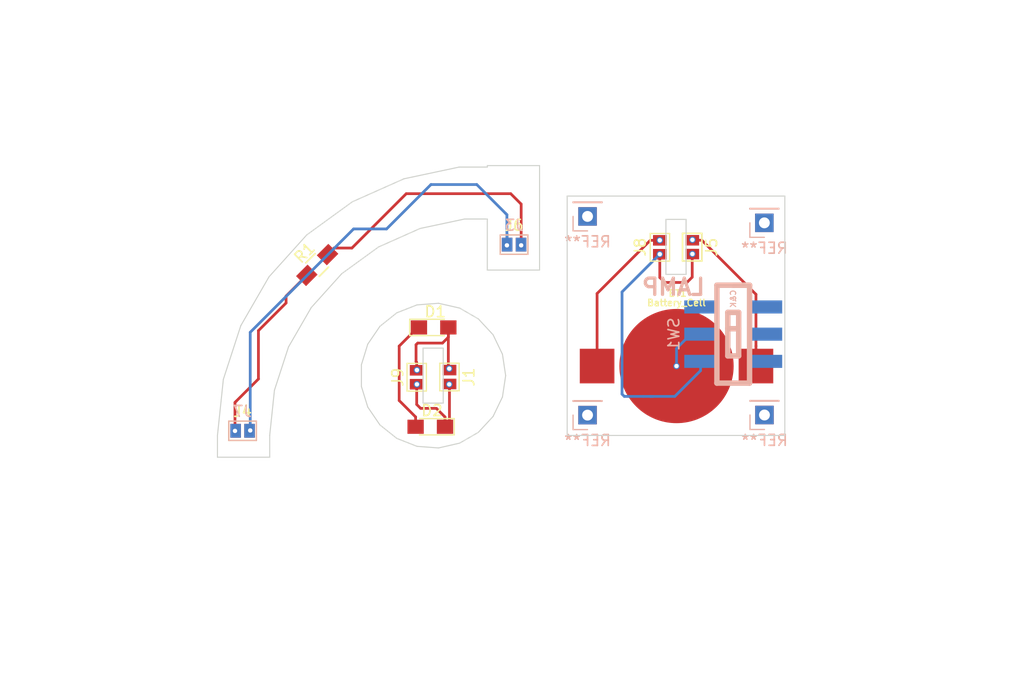
<source format=kicad_pcb>
(kicad_pcb (version 20170922) (host pcbnew no-vcs-found-6006b54~60~ubuntu17.04.1)

  (general
    (thickness 1.6)
    (drawings 62)
    (tracks 83)
    (zones 0)
    (modules 17)
    (nets 8)
  )

  (page A4)
  (layers
    (0 F.Cu signal)
    (31 B.Cu signal)
    (32 B.Adhes user)
    (33 F.Adhes user)
    (34 B.Paste user)
    (35 F.Paste user)
    (36 B.SilkS user)
    (37 F.SilkS user)
    (38 B.Mask user)
    (39 F.Mask user)
    (40 Dwgs.User user)
    (41 Cmts.User user)
    (42 Eco1.User user)
    (43 Eco2.User user)
    (44 Edge.Cuts user)
    (45 Margin user)
    (46 B.CrtYd user)
    (47 F.CrtYd user)
    (48 B.Fab user)
    (49 F.Fab user)
  )

  (setup
    (last_trace_width 0.25)
    (trace_clearance 0.1525)
    (zone_clearance 0.508)
    (zone_45_only no)
    (trace_min 0.1525)
    (segment_width 0.2)
    (edge_width 0.15)
    (via_size 0.6)
    (via_drill 0.4)
    (via_min_size 0.4)
    (via_min_drill 0.3)
    (uvia_size 0.3)
    (uvia_drill 0.1)
    (uvias_allowed no)
    (uvia_min_size 0.2)
    (uvia_min_drill 0.1)
    (pcb_text_width 0.3)
    (pcb_text_size 1.5 1.5)
    (mod_edge_width 0.15)
    (mod_text_size 1 1)
    (mod_text_width 0.15)
    (pad_size 4 4)
    (pad_drill 0)
    (pad_to_mask_clearance 0.2)
    (aux_axis_origin 0 0)
    (visible_elements FFFFFF7F)
    (pcbplotparams
      (layerselection 0x01000_7fffffff)
      (usegerberextensions false)
      (usegerberattributes true)
      (usegerberadvancedattributes true)
      (creategerberjobfile true)
      (excludeedgelayer true)
      (linewidth 0.100000)
      (plotframeref false)
      (viasonmask false)
      (mode 1)
      (useauxorigin true)
      (hpglpennumber 1)
      (hpglpenspeed 20)
      (hpglpendiameter 15)
      (psnegative false)
      (psa4output false)
      (plotreference false)
      (plotvalue false)
      (plotinvisibletext false)
      (padsonsilk false)
      (subtractmaskfromsilk false)
      (outputformat 3)
      (mirror false)
      (drillshape 0)
      (scaleselection 1)
      (outputdirectory ""))
  )

  (net 0 "")
  (net 1 GND)
  (net 2 "Net-(D1-Pad1)")
  (net 3 BAT+)
  (net 4 BAT-)
  (net 5 B2OUT+)
  (net 6 "Net-(SW1-Pad3)")
  (net 7 "Net-(BT1-Pad2)")

  (net_class Default "This is the default net class."
    (clearance 0.1525)
    (trace_width 0.25)
    (via_dia 0.6)
    (via_drill 0.4)
    (uvia_dia 0.3)
    (uvia_drill 0.1)
    (add_net B2OUT+)
    (add_net BAT+)
    (add_net BAT-)
    (add_net "Net-(BT1-Pad2)")
    (add_net "Net-(D1-Pad1)")
    (add_net "Net-(SW1-Pad3)")
  )

  (module SH_Batteries:Battery_Retainer_SR44_Keystone_2996 (layer F.Cu) (tedit 59D01827) (tstamp 59D06C28)
    (at 227.87758 100.33128)
    (path /59CBE70A)
    (solder_mask_margin 0.05)
    (solder_paste_margin -0.1)
    (attr smd)
    (fp_text reference BT1 (at 0.10242 -6.68128 180) (layer F.SilkS)
      (effects (font (size 0.6 0.6) (thickness 0.127)))
    )
    (fp_text value Battery_Cell (at 0 -5.81128) (layer F.SilkS)
      (effects (font (size 0.6 0.6) (thickness 0.127)))
    )
    (fp_line (start -6.6 -5.8) (end -6.6 4) (layer F.CrtYd) (width 0.05))
    (fp_line (start -3.57 6.27) (end -6.6 4) (layer F.CrtYd) (width 0.05))
    (fp_line (start 3.57 6.27) (end 6.6 4) (layer F.CrtYd) (width 0.05))
    (fp_line (start 6.6 -5.8) (end 6.6 4) (layer F.CrtYd) (width 0.05))
    (fp_line (start 6.6 -5.8) (end -6.6 -5.8) (layer F.CrtYd) (width 0.05))
    (fp_line (start -3.57 6.27) (end 3.57 6.27) (layer F.CrtYd) (width 0.05))
    (pad 1 smd rect (at -7.3 0) (size 3.18 3.18) (layers F.Cu F.Paste F.Mask)
      (net 3 BAT+))
    (pad 1 smd rect (at 7.3 0) (size 3.18 3.18) (layers F.Cu F.Paste F.Mask)
      (net 3 BAT+))
    (pad 2 connect circle (at 0 0) (size 10.5 10.5) (layers F.Cu F.Mask)
      (net 7 "Net-(BT1-Pad2)"))
  )

  (module Pin_Headers:Pin_Header_Straight_1x01_Pitch2.54mm (layer B.Cu) (tedit 59650532) (tstamp 59D4DFAE)
    (at 235.96 104.83)
    (descr "Through hole straight pin header, 1x01, 2.54mm pitch, single row")
    (tags "Through hole pin header THT 1x01 2.54mm single row")
    (fp_text reference REF** (at 0 2.33) (layer B.SilkS)
      (effects (font (size 1 1) (thickness 0.15)) (justify mirror))
    )
    (fp_text value Pin_Header_Straight_1x01_Pitch2.54mm (at 0 -2.33) (layer B.Fab)
      (effects (font (size 1 1) (thickness 0.15)) (justify mirror))
    )
    (fp_text user %R (at 0 0 -90) (layer B.Fab)
      (effects (font (size 1 1) (thickness 0.15)) (justify mirror))
    )
    (fp_line (start 1.8 1.8) (end -1.8 1.8) (layer B.CrtYd) (width 0.05))
    (fp_line (start 1.8 -1.8) (end 1.8 1.8) (layer B.CrtYd) (width 0.05))
    (fp_line (start -1.8 -1.8) (end 1.8 -1.8) (layer B.CrtYd) (width 0.05))
    (fp_line (start -1.8 1.8) (end -1.8 -1.8) (layer B.CrtYd) (width 0.05))
    (fp_line (start -1.33 1.33) (end 0 1.33) (layer B.SilkS) (width 0.12))
    (fp_line (start -1.33 0) (end -1.33 1.33) (layer B.SilkS) (width 0.12))
    (fp_line (start -1.33 -1.27) (end 1.33 -1.27) (layer B.SilkS) (width 0.12))
    (fp_line (start 1.33 -1.27) (end 1.33 -1.33) (layer B.SilkS) (width 0.12))
    (fp_line (start -1.33 -1.27) (end -1.33 -1.33) (layer B.SilkS) (width 0.12))
    (fp_line (start -1.33 -1.33) (end 1.33 -1.33) (layer B.SilkS) (width 0.12))
    (fp_line (start -1.27 0.635) (end -0.635 1.27) (layer B.Fab) (width 0.1))
    (fp_line (start -1.27 -1.27) (end -1.27 0.635) (layer B.Fab) (width 0.1))
    (fp_line (start 1.27 -1.27) (end -1.27 -1.27) (layer B.Fab) (width 0.1))
    (fp_line (start 1.27 1.27) (end 1.27 -1.27) (layer B.Fab) (width 0.1))
    (fp_line (start -0.635 1.27) (end 1.27 1.27) (layer B.Fab) (width 0.1))
    (pad 1 thru_hole rect (at 0 0) (size 1.7 1.7) (drill 1) (layers *.Cu *.Mask))
    (model ${KISYS3DMOD}/Pin_Headers.3dshapes/Pin_Header_Straight_1x01_Pitch2.54mm.wrl
      (at (xyz 0 0 0))
      (scale (xyz 1 1 1))
      (rotate (xyz 0 0 0))
    )
  )

  (module Pin_Headers:Pin_Header_Straight_1x01_Pitch2.54mm (layer B.Cu) (tedit 59650532) (tstamp 59D4DF86)
    (at 219.7 104.84)
    (descr "Through hole straight pin header, 1x01, 2.54mm pitch, single row")
    (tags "Through hole pin header THT 1x01 2.54mm single row")
    (fp_text reference REF** (at 0 2.33) (layer B.SilkS)
      (effects (font (size 1 1) (thickness 0.15)) (justify mirror))
    )
    (fp_text value Pin_Header_Straight_1x01_Pitch2.54mm (at 0 -2.33) (layer B.Fab)
      (effects (font (size 1 1) (thickness 0.15)) (justify mirror))
    )
    (fp_line (start -0.635 1.27) (end 1.27 1.27) (layer B.Fab) (width 0.1))
    (fp_line (start 1.27 1.27) (end 1.27 -1.27) (layer B.Fab) (width 0.1))
    (fp_line (start 1.27 -1.27) (end -1.27 -1.27) (layer B.Fab) (width 0.1))
    (fp_line (start -1.27 -1.27) (end -1.27 0.635) (layer B.Fab) (width 0.1))
    (fp_line (start -1.27 0.635) (end -0.635 1.27) (layer B.Fab) (width 0.1))
    (fp_line (start -1.33 -1.33) (end 1.33 -1.33) (layer B.SilkS) (width 0.12))
    (fp_line (start -1.33 -1.27) (end -1.33 -1.33) (layer B.SilkS) (width 0.12))
    (fp_line (start 1.33 -1.27) (end 1.33 -1.33) (layer B.SilkS) (width 0.12))
    (fp_line (start -1.33 -1.27) (end 1.33 -1.27) (layer B.SilkS) (width 0.12))
    (fp_line (start -1.33 0) (end -1.33 1.33) (layer B.SilkS) (width 0.12))
    (fp_line (start -1.33 1.33) (end 0 1.33) (layer B.SilkS) (width 0.12))
    (fp_line (start -1.8 1.8) (end -1.8 -1.8) (layer B.CrtYd) (width 0.05))
    (fp_line (start -1.8 -1.8) (end 1.8 -1.8) (layer B.CrtYd) (width 0.05))
    (fp_line (start 1.8 -1.8) (end 1.8 1.8) (layer B.CrtYd) (width 0.05))
    (fp_line (start 1.8 1.8) (end -1.8 1.8) (layer B.CrtYd) (width 0.05))
    (fp_text user %R (at 0 0 -90) (layer B.Fab)
      (effects (font (size 1 1) (thickness 0.15)) (justify mirror))
    )
    (pad 1 thru_hole rect (at 0 0) (size 1.7 1.7) (drill 1) (layers *.Cu *.Mask))
    (model ${KISYS3DMOD}/Pin_Headers.3dshapes/Pin_Header_Straight_1x01_Pitch2.54mm.wrl
      (at (xyz 0 0 0))
      (scale (xyz 1 1 1))
      (rotate (xyz 0 0 0))
    )
  )

  (module Pin_Headers:Pin_Header_Straight_1x01_Pitch2.54mm (layer B.Cu) (tedit 59650532) (tstamp 59D4DF5E)
    (at 219.7 86.58)
    (descr "Through hole straight pin header, 1x01, 2.54mm pitch, single row")
    (tags "Through hole pin header THT 1x01 2.54mm single row")
    (fp_text reference REF** (at 0 2.33) (layer B.SilkS)
      (effects (font (size 1 1) (thickness 0.15)) (justify mirror))
    )
    (fp_text value Pin_Header_Straight_1x01_Pitch2.54mm (at 0 -2.33) (layer B.Fab)
      (effects (font (size 1 1) (thickness 0.15)) (justify mirror))
    )
    (fp_text user %R (at 0 0 -90) (layer B.Fab)
      (effects (font (size 1 1) (thickness 0.15)) (justify mirror))
    )
    (fp_line (start 1.8 1.8) (end -1.8 1.8) (layer B.CrtYd) (width 0.05))
    (fp_line (start 1.8 -1.8) (end 1.8 1.8) (layer B.CrtYd) (width 0.05))
    (fp_line (start -1.8 -1.8) (end 1.8 -1.8) (layer B.CrtYd) (width 0.05))
    (fp_line (start -1.8 1.8) (end -1.8 -1.8) (layer B.CrtYd) (width 0.05))
    (fp_line (start -1.33 1.33) (end 0 1.33) (layer B.SilkS) (width 0.12))
    (fp_line (start -1.33 0) (end -1.33 1.33) (layer B.SilkS) (width 0.12))
    (fp_line (start -1.33 -1.27) (end 1.33 -1.27) (layer B.SilkS) (width 0.12))
    (fp_line (start 1.33 -1.27) (end 1.33 -1.33) (layer B.SilkS) (width 0.12))
    (fp_line (start -1.33 -1.27) (end -1.33 -1.33) (layer B.SilkS) (width 0.12))
    (fp_line (start -1.33 -1.33) (end 1.33 -1.33) (layer B.SilkS) (width 0.12))
    (fp_line (start -1.27 0.635) (end -0.635 1.27) (layer B.Fab) (width 0.1))
    (fp_line (start -1.27 -1.27) (end -1.27 0.635) (layer B.Fab) (width 0.1))
    (fp_line (start 1.27 -1.27) (end -1.27 -1.27) (layer B.Fab) (width 0.1))
    (fp_line (start 1.27 1.27) (end 1.27 -1.27) (layer B.Fab) (width 0.1))
    (fp_line (start -0.635 1.27) (end 1.27 1.27) (layer B.Fab) (width 0.1))
    (pad 1 thru_hole rect (at 0 0) (size 1.7 1.7) (drill 1) (layers *.Cu *.Mask))
    (model ${KISYS3DMOD}/Pin_Headers.3dshapes/Pin_Header_Straight_1x01_Pitch2.54mm.wrl
      (at (xyz 0 0 0))
      (scale (xyz 1 1 1))
      (rotate (xyz 0 0 0))
    )
  )

  (module Pin_Headers:Pin_Header_Straight_1x01_Pitch2.54mm (layer B.Cu) (tedit 59650532) (tstamp 59D4DF5C)
    (at 235.95 87.17)
    (descr "Through hole straight pin header, 1x01, 2.54mm pitch, single row")
    (tags "Through hole pin header THT 1x01 2.54mm single row")
    (fp_text reference REF** (at 0 2.33) (layer B.SilkS)
      (effects (font (size 1 1) (thickness 0.15)) (justify mirror))
    )
    (fp_text value Pin_Header_Straight_1x01_Pitch2.54mm (at 0 -2.33) (layer B.Fab)
      (effects (font (size 1 1) (thickness 0.15)) (justify mirror))
    )
    (fp_line (start -0.635 1.27) (end 1.27 1.27) (layer B.Fab) (width 0.1))
    (fp_line (start 1.27 1.27) (end 1.27 -1.27) (layer B.Fab) (width 0.1))
    (fp_line (start 1.27 -1.27) (end -1.27 -1.27) (layer B.Fab) (width 0.1))
    (fp_line (start -1.27 -1.27) (end -1.27 0.635) (layer B.Fab) (width 0.1))
    (fp_line (start -1.27 0.635) (end -0.635 1.27) (layer B.Fab) (width 0.1))
    (fp_line (start -1.33 -1.33) (end 1.33 -1.33) (layer B.SilkS) (width 0.12))
    (fp_line (start -1.33 -1.27) (end -1.33 -1.33) (layer B.SilkS) (width 0.12))
    (fp_line (start 1.33 -1.27) (end 1.33 -1.33) (layer B.SilkS) (width 0.12))
    (fp_line (start -1.33 -1.27) (end 1.33 -1.27) (layer B.SilkS) (width 0.12))
    (fp_line (start -1.33 0) (end -1.33 1.33) (layer B.SilkS) (width 0.12))
    (fp_line (start -1.33 1.33) (end 0 1.33) (layer B.SilkS) (width 0.12))
    (fp_line (start -1.8 1.8) (end -1.8 -1.8) (layer B.CrtYd) (width 0.05))
    (fp_line (start -1.8 -1.8) (end 1.8 -1.8) (layer B.CrtYd) (width 0.05))
    (fp_line (start 1.8 -1.8) (end 1.8 1.8) (layer B.CrtYd) (width 0.05))
    (fp_line (start 1.8 1.8) (end -1.8 1.8) (layer B.CrtYd) (width 0.05))
    (fp_text user %R (at 0 0 -90) (layer B.Fab)
      (effects (font (size 1 1) (thickness 0.15)) (justify mirror))
    )
    (pad 1 thru_hole rect (at 0 0) (size 1.7 1.7) (drill 1) (layers *.Cu *.Mask))
    (model ${KISYS3DMOD}/Pin_Headers.3dshapes/Pin_Header_Straight_1x01_Pitch2.54mm.wrl
      (at (xyz 0 0 0))
      (scale (xyz 1 1 1))
      (rotate (xyz 0 0 0))
    )
  )

  (module Connectors:GS2 (layer F.Cu) (tedit 0) (tstamp 59CBED48)
    (at 229.32 89.405)
    (descr "Pontet Goute de soudure")
    (path /59CBECA5)
    (attr virtual)
    (fp_text reference J5 (at 1.778 0 90) (layer F.SilkS)
      (effects (font (size 1 1) (thickness 0.15)))
    )
    (fp_text value B1OUT (at -2.7438 0 90) (layer F.Fab)
      (effects (font (size 1 1) (thickness 0.15)))
    )
    (fp_line (start -0.889 -1.27) (end -0.889 1.27) (layer F.SilkS) (width 0.15))
    (fp_line (start 0.889 1.27) (end 0.889 -1.27) (layer F.SilkS) (width 0.15))
    (fp_line (start 0.889 1.27) (end -0.889 1.27) (layer F.SilkS) (width 0.15))
    (fp_line (start -0.889 -1.27) (end 0.889 -1.27) (layer F.SilkS) (width 0.15))
    (pad 1 smd rect (at 0 -0.635) (size 1.27 0.9652) (layers F.Cu F.Paste F.Mask)
      (net 3 BAT+))
    (pad 2 smd rect (at 0 0.635) (size 1.27 0.9652) (layers F.Cu F.Paste F.Mask)
      (net 4 BAT-))
  )

  (module LEDs:LED_0805_HandSoldering (layer F.Cu) (tedit 595FCA25) (tstamp 59CBED2A)
    (at 205.556 96.781)
    (descr "Resistor SMD 0805, hand soldering")
    (tags "resistor 0805")
    (path /59CBE6DF)
    (attr smd)
    (fp_text reference D1 (at 0.144 -1.441) (layer F.SilkS)
      (effects (font (size 1 1) (thickness 0.15)))
    )
    (fp_text value LED (at 0 1.75) (layer F.Fab)
      (effects (font (size 1 1) (thickness 0.15)))
    )
    (fp_line (start -0.4 -0.4) (end -0.4 0.4) (layer F.Fab) (width 0.1))
    (fp_line (start -0.4 0) (end 0.2 -0.4) (layer F.Fab) (width 0.1))
    (fp_line (start 0.2 0.4) (end -0.4 0) (layer F.Fab) (width 0.1))
    (fp_line (start 0.2 -0.4) (end 0.2 0.4) (layer F.Fab) (width 0.1))
    (fp_line (start -1 0.62) (end -1 -0.62) (layer F.Fab) (width 0.1))
    (fp_line (start 1 0.62) (end -1 0.62) (layer F.Fab) (width 0.1))
    (fp_line (start 1 -0.62) (end 1 0.62) (layer F.Fab) (width 0.1))
    (fp_line (start -1 -0.62) (end 1 -0.62) (layer F.Fab) (width 0.1))
    (fp_line (start 1 0.75) (end -2.2 0.75) (layer F.SilkS) (width 0.12))
    (fp_line (start -2.2 -0.75) (end 1 -0.75) (layer F.SilkS) (width 0.12))
    (fp_line (start -2.35 -0.9) (end 2.35 -0.9) (layer F.CrtYd) (width 0.05))
    (fp_line (start -2.35 -0.9) (end -2.35 0.9) (layer F.CrtYd) (width 0.05))
    (fp_line (start 2.35 0.9) (end 2.35 -0.9) (layer F.CrtYd) (width 0.05))
    (fp_line (start 2.35 0.9) (end -2.35 0.9) (layer F.CrtYd) (width 0.05))
    (fp_line (start -2.2 -0.75) (end -2.2 0.75) (layer F.SilkS) (width 0.12))
    (pad 1 smd rect (at -1.35 0) (size 1.5 1.3) (layers F.Cu F.Paste F.Mask)
      (net 2 "Net-(D1-Pad1)"))
    (pad 2 smd rect (at 1.35 0) (size 1.5 1.3) (layers F.Cu F.Paste F.Mask)
      (net 5 B2OUT+))
    (model ${KISYS3DMOD}/LEDs.3dshapes/LED_0805.wrl
      (at (xyz 0 0 0))
      (scale (xyz 1 1 1))
      (rotate (xyz 0 0 0))
    )
  )

  (module Resistors_SMD:R_0805_HandSoldering (layer F.Cu) (tedit 58307B90) (tstamp 59CBED4E)
    (at 194.854594 91.040406 45)
    (descr "Resistor SMD 0805, hand soldering")
    (tags "resistor 0805")
    (path /59CBE7B2)
    (attr smd)
    (fp_text reference R1 (at -0.031246 -1.615739 45) (layer F.SilkS)
      (effects (font (size 1 1) (thickness 0.15)))
    )
    (fp_text value R (at 0 2.1 45) (layer F.Fab)
      (effects (font (size 1 1) (thickness 0.15)))
    )
    (fp_line (start -1 0.625) (end -1 -0.625) (layer F.Fab) (width 0.1))
    (fp_line (start 1 0.625) (end -1 0.625) (layer F.Fab) (width 0.1))
    (fp_line (start 1 -0.625) (end 1 0.625) (layer F.Fab) (width 0.1))
    (fp_line (start -1 -0.625) (end 1 -0.625) (layer F.Fab) (width 0.1))
    (fp_line (start -2.4 -1) (end 2.4 -1) (layer F.CrtYd) (width 0.05))
    (fp_line (start -2.4 1) (end 2.4 1) (layer F.CrtYd) (width 0.05))
    (fp_line (start -2.4 -1) (end -2.4 1) (layer F.CrtYd) (width 0.05))
    (fp_line (start 2.4 -1) (end 2.4 1) (layer F.CrtYd) (width 0.05))
    (fp_line (start 0.600001 0.875) (end -0.600001 0.875) (layer F.SilkS) (width 0.15))
    (fp_line (start -0.600001 -0.875) (end 0.600001 -0.875) (layer F.SilkS) (width 0.15))
    (pad 1 smd rect (at -1.35 0 45) (size 1.5 1.3) (layers F.Cu F.Paste F.Mask)
      (net 3 BAT+))
    (pad 2 smd rect (at 1.35 0 45) (size 1.5 1.3) (layers F.Cu F.Paste F.Mask)
      (net 5 B2OUT+))
    (model Resistors_SMD.3dshapes/R_0805_HandSoldering.wrl
      (at (xyz 0 0 0))
      (scale (xyz 1 1 1))
      (rotate (xyz 0 0 0))
    )
  )

  (module Connectors:GS2 (layer F.Cu) (tedit 586134A1) (tstamp 59CFF584)
    (at 207.01 101.34)
    (descr "2-pin solder bridge")
    (tags "solder bridge")
    (path /59CFF43C)
    (attr smd)
    (fp_text reference J1 (at 1.78 0 90) (layer F.SilkS)
      (effects (font (size 1 1) (thickness 0.15)))
    )
    (fp_text value B3IN2 (at 3.08 -0.01 90) (layer F.Fab)
      (effects (font (size 1 1) (thickness 0.15)))
    )
    (fp_line (start -0.89 -1.27) (end 0.89 -1.27) (layer F.SilkS) (width 0.12))
    (fp_line (start 0.89 1.27) (end -0.89 1.27) (layer F.SilkS) (width 0.12))
    (fp_line (start 0.89 1.27) (end 0.89 -1.27) (layer F.SilkS) (width 0.12))
    (fp_line (start -0.89 -1.27) (end -0.89 1.27) (layer F.SilkS) (width 0.12))
    (fp_line (start -1.1 -1.45) (end 1.1 -1.45) (layer F.CrtYd) (width 0.05))
    (fp_line (start -1.1 1.5) (end -1.1 -1.45) (layer F.CrtYd) (width 0.05))
    (fp_line (start 1.1 1.5) (end -1.1 1.5) (layer F.CrtYd) (width 0.05))
    (fp_line (start 1.1 -1.45) (end 1.1 1.5) (layer F.CrtYd) (width 0.05))
    (pad 2 smd rect (at 0 0.64) (size 1.27 0.97) (layers F.Cu F.Paste F.Mask)
      (net 4 BAT-))
    (pad 1 smd rect (at 0 -0.64) (size 1.27 0.97) (layers F.Cu F.Paste F.Mask)
      (net 5 B2OUT+))
  )

  (module Connectors:GS2 (layer F.Cu) (tedit 586134A1) (tstamp 59CFF592)
    (at 212.95 89.1758 270)
    (descr "2-pin solder bridge")
    (tags "solder bridge")
    (path /59CFF410)
    (attr smd)
    (fp_text reference J6 (at -1.78 0) (layer F.SilkS)
      (effects (font (size 1 1) (thickness 0.15)))
    )
    (fp_text value B2OUT2 (at -1.8 0) (layer F.Fab)
      (effects (font (size 1 1) (thickness 0.15)))
    )
    (fp_line (start 1.1 -1.45) (end 1.1 1.5) (layer F.CrtYd) (width 0.05))
    (fp_line (start 1.1 1.5) (end -1.1 1.5) (layer F.CrtYd) (width 0.05))
    (fp_line (start -1.1 1.5) (end -1.1 -1.45) (layer F.CrtYd) (width 0.05))
    (fp_line (start -1.1 -1.45) (end 1.1 -1.45) (layer F.CrtYd) (width 0.05))
    (fp_line (start -0.89 -1.27) (end -0.89 1.27) (layer F.SilkS) (width 0.12))
    (fp_line (start 0.89 1.27) (end 0.89 -1.27) (layer F.SilkS) (width 0.12))
    (fp_line (start 0.89 1.27) (end -0.89 1.27) (layer F.SilkS) (width 0.12))
    (fp_line (start -0.89 -1.27) (end 0.89 -1.27) (layer F.SilkS) (width 0.12))
    (pad 1 smd rect (at 0 -0.64 270) (size 1.27 0.97) (layers F.Cu F.Paste F.Mask)
      (net 5 B2OUT+))
    (pad 2 smd rect (at 0 0.64 270) (size 1.27 0.97) (layers F.Cu F.Paste F.Mask)
      (net 4 BAT-))
  )

  (module Connectors:GS2 (layer B.Cu) (tedit 586134A1) (tstamp 59CFF5A0)
    (at 187.9988 106.279189 270)
    (descr "2-pin solder bridge")
    (tags "solder bridge")
    (path /59CFF3B2)
    (attr smd)
    (fp_text reference J7 (at -1.78339 0.0188 180) (layer B.SilkS)
      (effects (font (size 1 1) (thickness 0.15)) (justify mirror))
    )
    (fp_text value B2IN2 (at -1.8 0 180) (layer B.Fab)
      (effects (font (size 1 1) (thickness 0.15)) (justify mirror))
    )
    (fp_line (start 1.1 1.45) (end 1.1 -1.5) (layer B.CrtYd) (width 0.05))
    (fp_line (start 1.1 -1.5) (end -1.1 -1.5) (layer B.CrtYd) (width 0.05))
    (fp_line (start -1.1 -1.5) (end -1.1 1.45) (layer B.CrtYd) (width 0.05))
    (fp_line (start -1.1 1.45) (end 1.1 1.45) (layer B.CrtYd) (width 0.05))
    (fp_line (start -0.89 1.27) (end -0.89 -1.27) (layer B.SilkS) (width 0.12))
    (fp_line (start 0.89 -1.27) (end 0.89 1.27) (layer B.SilkS) (width 0.12))
    (fp_line (start 0.89 -1.27) (end -0.89 -1.27) (layer B.SilkS) (width 0.12))
    (fp_line (start -0.89 1.27) (end 0.89 1.27) (layer B.SilkS) (width 0.12))
    (pad 1 smd rect (at 0 0.64 270) (size 1.27 0.97) (layers B.Cu B.Paste B.Mask)
      (net 3 BAT+))
    (pad 2 smd rect (at 0 -0.64 270) (size 1.27 0.97) (layers B.Cu B.Paste B.Mask)
      (net 4 BAT-))
  )

  (module Connectors:GS2 (layer F.Cu) (tedit 586134A1) (tstamp 59CFF5AE)
    (at 226.3513 89.416901)
    (descr "2-pin solder bridge")
    (tags "solder bridge")
    (path /59CFF3E2)
    (attr smd)
    (fp_text reference J8 (at -1.8113 -0.016901 90) (layer F.SilkS)
      (effects (font (size 1 1) (thickness 0.15)))
    )
    (fp_text value B1OUT2 (at -1.8 0 90) (layer F.Fab)
      (effects (font (size 1 1) (thickness 0.15)))
    )
    (fp_line (start -0.89 -1.27) (end 0.89 -1.27) (layer F.SilkS) (width 0.12))
    (fp_line (start 0.89 1.27) (end -0.89 1.27) (layer F.SilkS) (width 0.12))
    (fp_line (start 0.89 1.27) (end 0.89 -1.27) (layer F.SilkS) (width 0.12))
    (fp_line (start -0.89 -1.27) (end -0.89 1.27) (layer F.SilkS) (width 0.12))
    (fp_line (start -1.1 -1.45) (end 1.1 -1.45) (layer F.CrtYd) (width 0.05))
    (fp_line (start -1.1 1.5) (end -1.1 -1.45) (layer F.CrtYd) (width 0.05))
    (fp_line (start 1.1 1.5) (end -1.1 1.5) (layer F.CrtYd) (width 0.05))
    (fp_line (start 1.1 -1.45) (end 1.1 1.5) (layer F.CrtYd) (width 0.05))
    (pad 2 smd rect (at 0 0.64) (size 1.27 0.97) (layers F.Cu F.Paste F.Mask)
      (net 4 BAT-))
    (pad 1 smd rect (at 0 -0.64) (size 1.27 0.97) (layers F.Cu F.Paste F.Mask)
      (net 3 BAT+))
  )

  (module LEDs:LED_0805_HandSoldering (layer F.Cu) (tedit 595FCA25) (tstamp 59D0965C)
    (at 205.25 105.91 180)
    (descr "Resistor SMD 0805, hand soldering")
    (tags "resistor 0805")
    (path /59CFF60D)
    (attr smd)
    (fp_text reference D2 (at -0.15 1.49 180) (layer F.SilkS)
      (effects (font (size 1 1) (thickness 0.15)))
    )
    (fp_text value LED (at 0 1.75 180) (layer F.Fab)
      (effects (font (size 1 1) (thickness 0.15)))
    )
    (fp_line (start -2.2 -0.75) (end -2.2 0.75) (layer F.SilkS) (width 0.12))
    (fp_line (start 2.35 0.9) (end -2.35 0.9) (layer F.CrtYd) (width 0.05))
    (fp_line (start 2.35 0.9) (end 2.35 -0.9) (layer F.CrtYd) (width 0.05))
    (fp_line (start -2.35 -0.9) (end -2.35 0.9) (layer F.CrtYd) (width 0.05))
    (fp_line (start -2.35 -0.9) (end 2.35 -0.9) (layer F.CrtYd) (width 0.05))
    (fp_line (start -2.2 -0.75) (end 1 -0.75) (layer F.SilkS) (width 0.12))
    (fp_line (start 1 0.75) (end -2.2 0.75) (layer F.SilkS) (width 0.12))
    (fp_line (start -1 -0.62) (end 1 -0.62) (layer F.Fab) (width 0.1))
    (fp_line (start 1 -0.62) (end 1 0.62) (layer F.Fab) (width 0.1))
    (fp_line (start 1 0.62) (end -1 0.62) (layer F.Fab) (width 0.1))
    (fp_line (start -1 0.62) (end -1 -0.62) (layer F.Fab) (width 0.1))
    (fp_line (start 0.2 -0.4) (end 0.2 0.4) (layer F.Fab) (width 0.1))
    (fp_line (start 0.2 0.4) (end -0.4 0) (layer F.Fab) (width 0.1))
    (fp_line (start -0.4 0) (end 0.2 -0.4) (layer F.Fab) (width 0.1))
    (fp_line (start -0.4 -0.4) (end -0.4 0.4) (layer F.Fab) (width 0.1))
    (pad 2 smd rect (at 1.35 0 180) (size 1.5 1.3) (layers F.Cu F.Paste F.Mask)
      (net 2 "Net-(D1-Pad1)"))
    (pad 1 smd rect (at -1.35 0 180) (size 1.5 1.3) (layers F.Cu F.Paste F.Mask)
      (net 4 BAT-))
    (model ${KISYS3DMOD}/LEDs.3dshapes/LED_0805.wrl
      (at (xyz 0 0 0))
      (scale (xyz 1 1 1))
      (rotate (xyz 0 0 0))
    )
  )

  (module Connectors:GS2 (layer B.Cu) (tedit 586134A1) (tstamp 59D09678)
    (at 212.950001 89.1733 90)
    (descr "2-pin solder bridge")
    (tags "solder bridge")
    (path /59CBED4A)
    (attr smd)
    (fp_text reference J3 (at 1.78 0) (layer B.SilkS)
      (effects (font (size 1 1) (thickness 0.15)) (justify mirror))
    )
    (fp_text value B2OUT (at -1.8 0) (layer B.Fab)
      (effects (font (size 1 1) (thickness 0.15)) (justify mirror))
    )
    (fp_line (start 1.1 1.45) (end 1.1 -1.5) (layer B.CrtYd) (width 0.05))
    (fp_line (start 1.1 -1.5) (end -1.1 -1.5) (layer B.CrtYd) (width 0.05))
    (fp_line (start -1.1 -1.5) (end -1.1 1.45) (layer B.CrtYd) (width 0.05))
    (fp_line (start -1.1 1.45) (end 1.1 1.45) (layer B.CrtYd) (width 0.05))
    (fp_line (start -0.89 1.27) (end -0.89 -1.27) (layer B.SilkS) (width 0.12))
    (fp_line (start 0.89 -1.27) (end 0.89 1.27) (layer B.SilkS) (width 0.12))
    (fp_line (start 0.89 -1.27) (end -0.89 -1.27) (layer B.SilkS) (width 0.12))
    (fp_line (start -0.89 1.27) (end 0.89 1.27) (layer B.SilkS) (width 0.12))
    (pad 1 smd rect (at 0 0.64 90) (size 1.27 0.97) (layers B.Cu B.Paste B.Mask)
      (net 5 B2OUT+))
    (pad 2 smd rect (at 0 -0.64 90) (size 1.27 0.97) (layers B.Cu B.Paste B.Mask)
      (net 4 BAT-))
  )

  (module Connectors:GS2 (layer F.Cu) (tedit 586134A1) (tstamp 59D09686)
    (at 187.9988 106.279189 90)
    (descr "2-pin solder bridge")
    (tags "solder bridge")
    (path /59CBEDD1)
    (attr smd)
    (fp_text reference J4 (at 1.78 0 180) (layer F.SilkS)
      (effects (font (size 1 1) (thickness 0.15)))
    )
    (fp_text value B2IN (at -1.8 0 180) (layer F.Fab)
      (effects (font (size 1 1) (thickness 0.15)))
    )
    (fp_line (start -0.89 -1.27) (end 0.89 -1.27) (layer F.SilkS) (width 0.12))
    (fp_line (start 0.89 1.27) (end -0.89 1.27) (layer F.SilkS) (width 0.12))
    (fp_line (start 0.89 1.27) (end 0.89 -1.27) (layer F.SilkS) (width 0.12))
    (fp_line (start -0.89 -1.27) (end -0.89 1.27) (layer F.SilkS) (width 0.12))
    (fp_line (start -1.1 -1.45) (end 1.1 -1.45) (layer F.CrtYd) (width 0.05))
    (fp_line (start -1.1 1.5) (end -1.1 -1.45) (layer F.CrtYd) (width 0.05))
    (fp_line (start 1.1 1.5) (end -1.1 1.5) (layer F.CrtYd) (width 0.05))
    (fp_line (start 1.1 -1.45) (end 1.1 1.5) (layer F.CrtYd) (width 0.05))
    (pad 2 smd rect (at 0 0.64 90) (size 1.27 0.97) (layers F.Cu F.Paste F.Mask)
      (net 4 BAT-))
    (pad 1 smd rect (at 0 -0.64 90) (size 1.27 0.97) (layers F.Cu F.Paste F.Mask)
      (net 3 BAT+))
  )

  (module Connectors:GS2 (layer F.Cu) (tedit 586134A1) (tstamp 59D09B2E)
    (at 204 101.359786)
    (descr "2-pin solder bridge")
    (tags "solder bridge")
    (path /59D00D54)
    (attr smd)
    (fp_text reference J9 (at -1.75 0 90) (layer F.SilkS)
      (effects (font (size 1 1) (thickness 0.15)))
    )
    (fp_text value B3IN (at -3.11 0 90) (layer F.Fab)
      (effects (font (size 1 1) (thickness 0.15)))
    )
    (fp_line (start 1.1 -1.45) (end 1.1 1.5) (layer F.CrtYd) (width 0.05))
    (fp_line (start 1.1 1.5) (end -1.1 1.5) (layer F.CrtYd) (width 0.05))
    (fp_line (start -1.1 1.5) (end -1.1 -1.45) (layer F.CrtYd) (width 0.05))
    (fp_line (start -1.1 -1.45) (end 1.1 -1.45) (layer F.CrtYd) (width 0.05))
    (fp_line (start -0.89 -1.27) (end -0.89 1.27) (layer F.SilkS) (width 0.12))
    (fp_line (start 0.89 1.27) (end 0.89 -1.27) (layer F.SilkS) (width 0.12))
    (fp_line (start 0.89 1.27) (end -0.89 1.27) (layer F.SilkS) (width 0.12))
    (fp_line (start -0.89 -1.27) (end 0.89 -1.27) (layer F.SilkS) (width 0.12))
    (pad 1 smd rect (at 0 -0.64) (size 1.27 0.97) (layers F.Cu F.Paste F.Mask)
      (net 5 B2OUT+))
    (pad 2 smd rect (at 0 0.64) (size 1.27 0.97) (layers F.Cu F.Paste F.Mask)
      (net 4 BAT-))
  )

  (module Buttons_Switches_SMD:JS202011SCQN (layer B.Cu) (tedit 59D026A2) (tstamp 59D2E19D)
    (at 233.09 97.4 90)
    (path /59D02C38)
    (fp_text reference SW1 (at 0 -5.461 90) (layer B.SilkS)
      (effects (font (size 1 1) (thickness 0.15)) (justify mirror))
    )
    (fp_text value SW_SPDT (at 0 5.5 90) (layer B.Fab)
      (effects (font (size 1 1) (thickness 0.15)) (justify mirror))
    )
    (fp_line (start -4.5 1.5) (end 4.5 1.5) (layer B.SilkS) (width 0.5))
    (fp_line (start 4.5 0) (end 4.5 1.5) (layer B.SilkS) (width 0.5))
    (fp_line (start 4.5 1.5) (end 4.5 0) (layer B.SilkS) (width 0.5))
    (fp_line (start 4.5 0) (end 4.5 -1.5) (layer B.SilkS) (width 0.5))
    (fp_line (start 4.5 -1.5) (end -4.5 -1.5) (layer B.SilkS) (width 0.5))
    (fp_line (start -4.5 -1.5) (end -4.5 1.5) (layer B.SilkS) (width 0.5))
    (fp_line (start -2 0.5) (end 2 0.5) (layer B.SilkS) (width 0.5))
    (fp_line (start 2 0.5) (end 2 -0.5) (layer B.SilkS) (width 0.5))
    (fp_line (start 2 -0.5) (end -2 -0.5) (layer B.SilkS) (width 0.5))
    (fp_line (start -2 -0.5) (end -2 0.5) (layer B.SilkS) (width 0.5))
    (fp_line (start 0.5 0.5) (end 0.5 -0.5) (layer B.SilkS) (width 0.5))
    (fp_text user C&K (at 3.25 0 90) (layer B.SilkS)
      (effects (font (size 0.5 0.5) (thickness 0.1)) (justify mirror))
    )
    (pad 1 smd rect (at -2.5 -3 90) (size 1.2 3) (layers B.Cu B.Paste B.Mask)
      (net 4 BAT-))
    (pad 2 smd rect (at 0 -3 90) (size 1.2 3) (layers B.Cu B.Paste B.Mask)
      (net 7 "Net-(BT1-Pad2)"))
    (pad 3 smd rect (at 2.5 -3 90) (size 1.2 3) (layers B.Cu B.Paste B.Mask)
      (net 6 "Net-(SW1-Pad3)"))
    (pad 4 smd rect (at -2.5 3 90) (size 1.2 3) (layers B.Cu B.Paste B.Mask))
    (pad 5 smd rect (at 0 3 90) (size 1.2 3) (layers B.Cu B.Paste B.Mask))
    (pad 6 smd rect (at 2.5 3 90) (size 1.2 3) (layers B.Cu B.Paste B.Mask))
  )

  (gr_text LAMP (at 227.59 93.07) (layer B.SilkS)
    (effects (font (size 1.5 1.5) (thickness 0.3)) (justify mirror))
  )
  (gr_line (start 202.1761 106.9829) (end 204.02594 107.70891) (layer Edge.Cuts) (width 0.1))
  (gr_line (start 200.6224 105.74388) (end 202.1761 106.9829) (layer Edge.Cuts) (width 0.1))
  (gr_line (start 199.5029 104.10195) (end 200.6224 105.74388) (layer Edge.Cuts) (width 0.1))
  (gr_line (start 198.9172 102.20301) (end 199.5029 104.10195) (layer Edge.Cuts) (width 0.1))
  (gr_line (start 198.9172 100.21579) (end 198.9172 102.20301) (layer Edge.Cuts) (width 0.1))
  (gr_line (start 199.5029 98.3169) (end 198.9172 100.21579) (layer Edge.Cuts) (width 0.1))
  (gr_line (start 190.9265 102.55117) (end 192.2185 98.57468) (layer Edge.Cuts) (width 0.1))
  (gr_line (start 190.4894 106.7094) (end 190.9265 102.55117) (layer Edge.Cuts) (width 0.1))
  (gr_line (start 209.66599 95.9972) (end 207.94499 95.0036) (layer Edge.Cuts) (width 0.1))
  (gr_line (start 211.01766 97.4539) (end 209.66599 95.9972) (layer Edge.Cuts) (width 0.1))
  (gr_line (start 211.87988 99.24437) (end 211.01766 97.4539) (layer Edge.Cuts) (width 0.1))
  (gr_line (start 212.17606 101.2094) (end 211.87988 99.24437) (layer Edge.Cuts) (width 0.1))
  (gr_line (start 211.87988 103.17443) (end 212.17606 101.2094) (layer Edge.Cuts) (width 0.1))
  (gr_line (start 210.4894 91.51) (end 215.29 91.51) (layer Edge.Cuts) (width 0.1))
  (gr_line (start 210.4894 86.819) (end 210.4894 91.51) (layer Edge.Cuts) (width 0.1))
  (gr_line (start 208.39884 86.819) (end 210.4894 86.819) (layer Edge.Cuts) (width 0.1))
  (gr_line (start 204.30907 87.6883) (end 208.39884 86.819) (layer Edge.Cuts) (width 0.1))
  (gr_line (start 200.48942 89.3889) (end 204.30907 87.6883) (layer Edge.Cuts) (width 0.1))
  (gr_line (start 197.1068 91.8465) (end 200.48942 89.3889) (layer Edge.Cuts) (width 0.1))
  (gr_line (start 187.8329 96.6221) (end 186.2308 101.55307) (layer Edge.Cuts) (width 0.1))
  (gr_line (start 190.4253 92.132) (end 187.8329 96.6221) (layer Edge.Cuts) (width 0.1))
  (gr_line (start 193.8946 88.279) (end 190.4253 92.132) (layer Edge.Cuts) (width 0.1))
  (gr_line (start 198.0891 85.2315) (end 193.8946 88.279) (layer Edge.Cuts) (width 0.1))
  (gr_line (start 202.8256 83.1226) (end 198.0891 85.2315) (layer Edge.Cuts) (width 0.1))
  (gr_line (start 192.2185 98.57468) (end 194.3091 94.9537) (layer Edge.Cuts) (width 0.1))
  (gr_line (start 194.3091 94.9537) (end 197.1068 91.8465) (layer Edge.Cuts) (width 0.1))
  (gr_line (start 237.83 84.7094) (end 217.82999 84.7094) (layer Edge.Cuts) (width 0.1))
  (gr_line (start 190.4894 108.70964) (end 190.4894 106.7094) (layer Edge.Cuts) (width 0.1))
  (gr_line (start 185.6888 108.70964) (end 190.4894 108.70964) (layer Edge.Cuts) (width 0.1))
  (gr_line (start 185.6888 106.7094) (end 185.6888 108.70964) (layer Edge.Cuts) (width 0.1))
  (gr_line (start 186.2308 101.55307) (end 185.6888 106.7094) (layer Edge.Cuts) (width 0.1))
  (gr_line (start 200.6224 96.6749) (end 199.5029 98.3169) (layer Edge.Cuts) (width 0.1))
  (gr_line (start 202.1761 95.4359) (end 200.6224 96.6749) (layer Edge.Cuts) (width 0.1))
  (gr_line (start 204.02594 94.7099) (end 202.1761 95.4359) (layer Edge.Cuts) (width 0.1))
  (gr_line (start 206.0076 94.5614) (end 204.02594 94.7099) (layer Edge.Cuts) (width 0.1))
  (gr_line (start 207.94499 95.0036) (end 206.0076 94.5614) (layer Edge.Cuts) (width 0.1))
  (gr_line (start 211.01766 104.96486) (end 211.87988 103.17443) (layer Edge.Cuts) (width 0.1))
  (gr_line (start 209.66599 106.4216) (end 211.01766 104.96486) (layer Edge.Cuts) (width 0.1))
  (gr_line (start 207.94499 107.41521) (end 209.66599 106.4216) (layer Edge.Cuts) (width 0.1))
  (gr_line (start 228.7571 91.90752) (end 226.9029 91.90752) (layer Edge.Cuts) (width 0.1))
  (gr_line (start 228.7571 86.85292) (end 228.7571 91.90752) (layer Edge.Cuts) (width 0.1))
  (gr_line (start 226.9029 86.85292) (end 228.7571 86.85292) (layer Edge.Cuts) (width 0.1))
  (gr_line (start 226.9029 91.90752) (end 226.9029 86.85292) (layer Edge.Cuts) (width 0.1))
  (gr_line (start 237.83 106.7094) (end 237.83 84.7094) (layer Edge.Cuts) (width 0.1))
  (gr_line (start 217.82999 106.7094) (end 237.83 106.7094) (layer Edge.Cuts) (width 0.1))
  (gr_line (start 217.82999 84.7094) (end 217.82999 106.7094) (layer Edge.Cuts) (width 0.1))
  (gr_line (start 206.43649 103.7367) (end 204.58231 103.7367) (layer Edge.Cuts) (width 0.1))
  (gr_line (start 206.43649 98.6821) (end 206.43649 103.7367) (layer Edge.Cuts) (width 0.1))
  (gr_line (start 204.58231 98.6821) (end 206.43649 98.6821) (layer Edge.Cuts) (width 0.1))
  (gr_line (start 204.58231 103.7367) (end 204.58231 98.6821) (layer Edge.Cuts) (width 0.1))
  (gr_line (start 206.0076 107.85741) (end 207.94499 107.41521) (layer Edge.Cuts) (width 0.1))
  (gr_line (start 204.02594 107.70891) (end 206.0076 107.85741) (layer Edge.Cuts) (width 0.1))
  (gr_line (start 207.89704 82.0447) (end 202.8256 83.1226) (layer Edge.Cuts) (width 0.1))
  (gr_line (start 210.4894 82.0447) (end 207.89704 82.0447) (layer Edge.Cuts) (width 0.1))
  (gr_line (start 210.4894 81.9088) (end 210.4894 82.0447) (layer Edge.Cuts) (width 0.1))
  (gr_line (start 215.29 81.9088) (end 210.4894 81.9088) (layer Edge.Cuts) (width 0.1))
  (gr_line (start 215.29 91.51) (end 215.29 81.9088) (layer Edge.Cuts) (width 0.1))
  (dimension 21.88074 (width 0.3) (layer Margin)
    (gr_text "21.881 mm" (at 257.146975 108.540989 89.52865596) (layer Margin) (tstamp 59D4E285)
      (effects (font (size 1.5 1.5) (thickness 0.3)))
    )
    (feature1 (pts (xy 242.53 97.48) (xy 258.58693 97.612095)))
    (feature2 (pts (xy 242.35 119.36) (xy 258.40693 119.492095)))
    (crossbar (pts (xy 255.707021 119.469884) (xy 255.887021 97.589884)))
    (arrow1a (pts (xy 255.887021 97.589884) (xy 256.464155 98.721174)))
    (arrow1b (pts (xy 255.887021 97.589884) (xy 255.291353 98.711526)))
    (arrow2a (pts (xy 255.707021 119.469884) (xy 256.302689 118.348242)))
    (arrow2b (pts (xy 255.707021 119.469884) (xy 255.129887 118.338594)))
  )
  (dimension 19.030095 (width 0.3) (layer Eco2.User)
    (gr_text "19.030 mm" (at 231.809548 128.46021 0.180648207) (layer Eco2.User) (tstamp 59D4E286)
      (effects (font (size 1.5 1.5) (thickness 0.3)))
    )
    (feature1 (pts (xy 241.3004 120.771) (xy 241.328805 129.780204)))
    (feature2 (pts (xy 222.2704 120.831) (xy 222.298805 129.840204)))
    (crossbar (pts (xy 222.290292 127.140217) (xy 241.320292 127.080217)))
    (arrow1a (pts (xy 241.320292 127.080217) (xy 240.195643 127.670187)))
    (arrow1b (pts (xy 241.320292 127.080217) (xy 240.191945 126.497351)))
    (arrow2a (pts (xy 222.290292 127.140217) (xy 223.418639 127.723083)))
    (arrow2b (pts (xy 222.290292 127.140217) (xy 223.414941 126.550247)))
  )
  (dimension 24.3 (width 0.3) (layer Eco1.User)
    (gr_text "24.300 mm" (at 198.45 68.5442) (layer Eco1.User) (tstamp 59D4E287)
      (effects (font (size 1.5 1.5) (thickness 0.3)))
    )
    (feature1 (pts (xy 210.6 82.8542) (xy 210.6 67.1942)))
    (feature2 (pts (xy 186.3 82.8542) (xy 186.3 67.1942)))
    (crossbar (pts (xy 186.3 69.8942) (xy 210.6 69.8942)))
    (arrow1a (pts (xy 210.6 69.8942) (xy 209.473496 70.480621)))
    (arrow1b (pts (xy 210.6 69.8942) (xy 209.473496 69.307779)))
    (arrow2a (pts (xy 186.3 69.8942) (xy 187.426504 70.480621)))
    (arrow2b (pts (xy 186.3 69.8942) (xy 187.426504 69.307779)))
  )
  (dimension 24.3 (width 0.3) (layer Eco1.User)
    (gr_text "24.300 mm" (at 171.99 95.0042 90) (layer Eco1.User) (tstamp 59D4E288)
      (effects (font (size 1.5 1.5) (thickness 0.3)))
    )
    (feature1 (pts (xy 186.3 82.8542) (xy 170.64 82.8542)))
    (feature2 (pts (xy 186.3 107.1542) (xy 170.64 107.1542)))
    (crossbar (pts (xy 173.34 107.1542) (xy 173.34 82.8542)))
    (arrow1a (pts (xy 173.34 82.8542) (xy 173.926421 83.980704)))
    (arrow1b (pts (xy 173.34 82.8542) (xy 172.753579 83.980704)))
    (arrow2a (pts (xy 173.34 107.1542) (xy 173.926421 106.027696)))
    (arrow2b (pts (xy 173.34 107.1542) (xy 172.753579 106.027696)))
  )

  (segment (start 187.3 106.19) (end 187.3 103.675) (width 0.25) (layer F.Cu) (net 3))
  (segment (start 187.3 103.675) (end 187.405 103.57) (width 0.25) (layer F.Cu) (net 3))
  (segment (start 187.405 103.57) (end 189.455 101.52) (width 0.25) (layer F.Cu) (net 3))
  (segment (start 189.455 101.52) (end 189.455 97.075) (width 0.25) (layer F.Cu) (net 3))
  (segment (start 189.455 97.075) (end 191.995 94.535) (width 0.25) (layer F.Cu) (net 3))
  (segment (start 191.995 94.535) (end 191.995 93.9) (width 0.25) (layer F.Cu) (net 3))
  (segment (start 191.995 93.9) (end 193.9 91.995) (width 0.25) (layer F.Cu) (net 3))
  (via (at 187.3 106.29) (size 0.6) (drill 0.4) (layers F.Cu B.Cu) (net 3))
  (segment (start 226.34 90.05) (end 226.34 92.19) (width 0.25) (layer F.Cu) (net 4))
  (segment (start 226.34 92.19) (end 226.8 92.65) (width 0.25) (layer F.Cu) (net 4))
  (segment (start 226.8 92.65) (end 228.83 92.65) (width 0.25) (layer F.Cu) (net 4))
  (segment (start 228.83 92.65) (end 229.32 92.16) (width 0.25) (layer F.Cu) (net 4))
  (segment (start 229.32 92.16) (end 229.32 90.04) (width 0.25) (layer F.Cu) (net 4))
  (segment (start 212.17 86.3) (end 209.52 83.65) (width 0.25) (layer B.Cu) (net 4))
  (segment (start 212.29 89.1358) (end 212.29 86.42) (width 0.25) (layer B.Cu) (net 4))
  (segment (start 212.29 86.42) (end 212.17 86.3) (width 0.25) (layer B.Cu) (net 4))
  (segment (start 212.310001 89.1733) (end 212.310001 88.2883) (width 0.25) (layer B.Cu) (net 4))
  (segment (start 212.310001 88.2883) (end 212.34 88.258301) (width 0.25) (layer B.Cu) (net 4))
  (segment (start 188.7 97.23) (end 188.7 106.15) (width 0.25) (layer B.Cu) (net 4))
  (segment (start 209.52 83.65) (end 205.31 83.65) (width 0.25) (layer B.Cu) (net 4))
  (segment (start 205.31 83.65) (end 201.23 87.73) (width 0.25) (layer B.Cu) (net 4))
  (segment (start 201.23 87.73) (end 198.2 87.73) (width 0.25) (layer B.Cu) (net 4))
  (segment (start 198.2 87.73) (end 188.7 97.23) (width 0.25) (layer B.Cu) (net 4))
  (via (at 188.7 106.25) (size 0.6) (drill 0.4) (layers F.Cu B.Cu) (net 4))
  (via (at 229.34 90.03) (size 0.6) (drill 0.4) (layers F.Cu B.Cu) (net 4))
  (via (at 229.34 88.73) (size 0.6) (drill 0.4) (layers F.Cu B.Cu) (net 3))
  (segment (start 224.83 103.12) (end 225.47 103.12) (width 0.25) (layer B.Cu) (net 4))
  (segment (start 230.09 100.75) (end 227.72 103.12) (width 0.25) (layer B.Cu) (net 4))
  (segment (start 225.47 103.12) (end 225.73 103.12) (width 0.25) (layer B.Cu) (net 4))
  (segment (start 230.09 99.9) (end 230.09 100.75) (width 0.25) (layer B.Cu) (net 4))
  (segment (start 227.72 103.12) (end 225.47 103.12) (width 0.25) (layer B.Cu) (net 4))
  (segment (start 222.87 102.91) (end 222.87 93.52) (width 0.25) (layer B.Cu) (net 4))
  (segment (start 222.87 93.52) (end 226.34 90.05) (width 0.25) (layer B.Cu) (net 4))
  (segment (start 224.83 103.12) (end 223.08 103.12) (width 0.25) (layer B.Cu) (net 4))
  (segment (start 223.08 103.12) (end 222.87 102.91) (width 0.25) (layer B.Cu) (net 4))
  (via (at 226.34 90.05) (size 0.6) (drill 0.4) (layers F.Cu B.Cu) (net 4))
  (via (at 226.34 88.77) (size 0.6) (drill 0.4) (layers F.Cu B.Cu) (net 3))
  (segment (start 213.6 89.1358) (end 213.6 85.45) (width 0.25) (layer F.Cu) (net 5))
  (segment (start 213.6 85.45) (end 213.59 85.44) (width 0.25) (layer F.Cu) (net 5))
  (via (at 213.6 89.2358) (size 0.6) (drill 0.4) (layers F.Cu B.Cu) (net 5))
  (via (at 212.29 89.2358) (size 0.6) (drill 0.4) (layers F.Cu B.Cu) (net 4))
  (via (at 206.99 102.01) (size 0.6) (drill 0.4) (layers F.Cu B.Cu) (net 4))
  (via (at 206.99 100.57) (size 0.6) (drill 0.4) (layers F.Cu B.Cu) (net 5))
  (via (at 204.02 102.01) (size 0.6) (drill 0.4) (layers F.Cu B.Cu) (net 4))
  (via (at 204.02 100.7) (size 0.6) (drill 0.4) (layers F.Cu B.Cu) (net 5))
  (segment (start 204.106 96.781) (end 204.206 96.781) (width 0.25) (layer F.Cu) (net 2))
  (segment (start 202.39 103.5) (end 202.39 98.497) (width 0.25) (layer F.Cu) (net 2))
  (segment (start 203.9 105.01) (end 202.39 103.5) (width 0.25) (layer F.Cu) (net 2))
  (segment (start 203.9 105.91) (end 203.9 105.01) (width 0.25) (layer F.Cu) (net 2))
  (segment (start 202.39 98.497) (end 204.106 96.781) (width 0.25) (layer F.Cu) (net 2))
  (segment (start 220.57758 100.33128) (end 220.57758 93.665621) (width 0.25) (layer F.Cu) (net 3))
  (segment (start 220.57758 93.665621) (end 225.4663 88.776901) (width 0.25) (layer F.Cu) (net 3))
  (segment (start 225.4663 88.776901) (end 226.3513 88.776901) (width 0.25) (layer F.Cu) (net 3))
  (segment (start 229.32 88.77) (end 230.205 88.77) (width 0.25) (layer F.Cu) (net 3))
  (segment (start 230.205 88.77) (end 235.17758 93.74258) (width 0.25) (layer F.Cu) (net 3))
  (segment (start 235.17758 93.74258) (end 235.17758 98.49128) (width 0.25) (layer F.Cu) (net 3))
  (segment (start 235.17758 98.49128) (end 235.17758 100.33128) (width 0.25) (layer F.Cu) (net 3))
  (segment (start 204.36 104.22) (end 204 103.86) (width 0.25) (layer F.Cu) (net 4))
  (segment (start 204 103.86) (end 204 101.999786) (width 0.25) (layer F.Cu) (net 4))
  (segment (start 205.81 104.22) (end 204.36 104.22) (width 0.25) (layer F.Cu) (net 4))
  (segment (start 206.6 105.91) (end 206.6 105.01) (width 0.25) (layer F.Cu) (net 4))
  (segment (start 206.6 105.01) (end 205.81 104.22) (width 0.25) (layer F.Cu) (net 4))
  (segment (start 207.01 101.98) (end 207.01 105.5) (width 0.25) (layer F.Cu) (net 4))
  (segment (start 207.01 105.5) (end 206.6 105.91) (width 0.25) (layer F.Cu) (net 4))
  (segment (start 203.905 97.082) (end 204.206 96.781) (width 0.25) (layer F.Cu) (net 2))
  (segment (start 212.64 84.49) (end 213.59 85.44) (width 0.25) (layer F.Cu) (net 5))
  (segment (start 203.04 84.49) (end 212.64 84.49) (width 0.25) (layer F.Cu) (net 5))
  (segment (start 198.045228 89.484772) (end 203.04 84.49) (width 0.25) (layer F.Cu) (net 5))
  (segment (start 195.809188 90.085812) (end 196.410228 89.484772) (width 0.25) (layer F.Cu) (net 5))
  (segment (start 196.410228 89.484772) (end 198.045228 89.484772) (width 0.25) (layer F.Cu) (net 5))
  (segment (start 204 100.719786) (end 204 99.984786) (width 0.25) (layer F.Cu) (net 5))
  (segment (start 204 99.984786) (end 203.94 99.924786) (width 0.25) (layer F.Cu) (net 5))
  (segment (start 203.94 99.924786) (end 203.94 98.37) (width 0.25) (layer F.Cu) (net 5))
  (segment (start 206.367 98.22) (end 206.906 97.681) (width 0.25) (layer F.Cu) (net 5))
  (segment (start 203.94 98.37) (end 204.09 98.22) (width 0.25) (layer F.Cu) (net 5))
  (segment (start 204.09 98.22) (end 206.367 98.22) (width 0.25) (layer F.Cu) (net 5))
  (segment (start 206.906 97.681) (end 206.906 96.781) (width 0.25) (layer F.Cu) (net 5))
  (segment (start 206.906 96.781) (end 206.906 100.596) (width 0.25) (layer F.Cu) (net 5))
  (segment (start 206.906 100.596) (end 207.01 100.7) (width 0.25) (layer F.Cu) (net 5))
  (segment (start 230.09 97.4) (end 229.19 97.4) (width 0.25) (layer B.Cu) (net 7))
  (via (at 227.87758 100.33128) (size 0.6) (drill 0.4) (layers F.Cu B.Cu) (net 7))
  (segment (start 229.19 97.4) (end 227.87758 98.71242) (width 0.25) (layer B.Cu) (net 7))
  (segment (start 227.87758 98.71242) (end 227.87758 100.33128) (width 0.25) (layer B.Cu) (net 7))

  (zone (net 1) (net_name GND) (layer F.Cu) (tstamp 0) (hatch edge 0.508)
    (connect_pads (clearance 0.508))
    (min_thickness 0.254)
    (fill yes (arc_segments 16) (thermal_gap 0.508) (thermal_bridge_width 0.508))
    (polygon
      (pts
        (xy 242.4902 79.9808) (xy 242.4902 130.0442) (xy 185.125 130.3792) (xy 185.125 80.1542) (xy 223.775 80.1542)
      )
    )
  )
)

</source>
